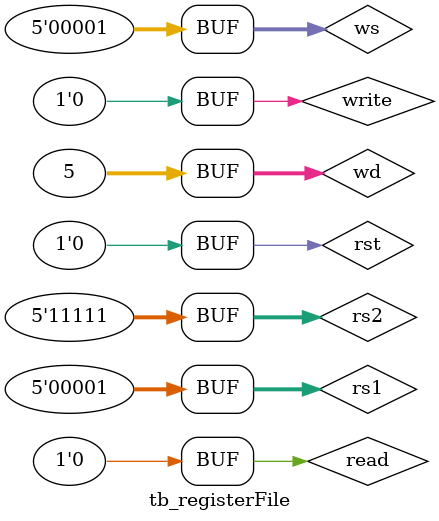
<source format=v>

module registerFile_1 #(parameter REG_WIDTH  = 32, NAME_BITS = 5) (rst, write, read, rs1, rs2, ws, wd, rd1, rd2);
   
   output [REG_WIDTH-1:0] rd1, rd2;
   input [REG_WIDTH-1:0] wd;
   input [NAME_BITS-1:0] rs1, rs2, ws;
   input rst, write, read;

   reg [REG_WIDTH-1:0] rd1, rd2;
   reg [REG_WIDTH-1:0] regs [(1<<NAME_BITS)-1:0];

   always @ (posedge rst)
   begin
      regs[0] <= 0;
   end 

   always @ (posedge write)
   begin
      if(rst)
      begin
         regs[0] <= 0;
      end else
      begin
        if(ws == 0)
        begin
          regs[ws] <= 0;
        end else
        begin
          regs[ws] <= wd;
        end
      end
   end

   always @ (posedge read)
   begin
      rd1 <= regs[rs1];
      rd2 <= regs[rs2];
   end
   
endmodule

module tb_registerFile; 
   parameter reg_len  = 32;
   parameter name_bit = 5;
   parameter num_regs = 32;

   reg rst, write, read; 
   wire [reg_len-1:0] rd1, rd2;
   reg [reg_len-1:0] wd;
   reg [name_bit-1:0] rs1, rs2, ws;

   registerFile_1 regFile (
   .rst (rst), 
   .write (write), 
   .read (read), 
   .rs1 (rs1), 
   .rs2 (rs2), 
   .ws  (ws),  
   .wd  (wd), 
   .rd1 (rd1), 
   .rd2 (rd2) 
   ); 
    
   initial 
   begin 
       rst   = 0; 
       write = 0;
       read  = 0;
   #5  rst   = 1; // reset
       write = 0;
       read  = 0;
   #5  rst   = 0; // wait
       write = 0;
       read  = 0;
   #5  ws    = 1; // r1 = 1
       wd    = 1;
       write = 1;
   #5  read  = 1; // read r1 and r0
       rs1   = 1;
       rs2   = 0;
       write = 0;
   #5  read  = 0; // r31 = 3
       ws    = 31;
       wd    = 3;
       write = 1;
   #5  read  = 1; // read r0 and r31
       rs1   = 0;
       rs2   = 31;
       write = 0;
   #5  read  = 0; // r1 = 5
       ws    = 1;
       wd    = 5;
       write = 1;
   #5  read  = 1; //read r1 and r31
       rs1   = 1;
       rs2   = 31;
       write = 0;
   #5  rst   = 0; // wait
       write = 0;
       read  = 0;

   end 
    
   // always 
   //   #5  clk =  ! clk; 
    
endmodule 
</source>
